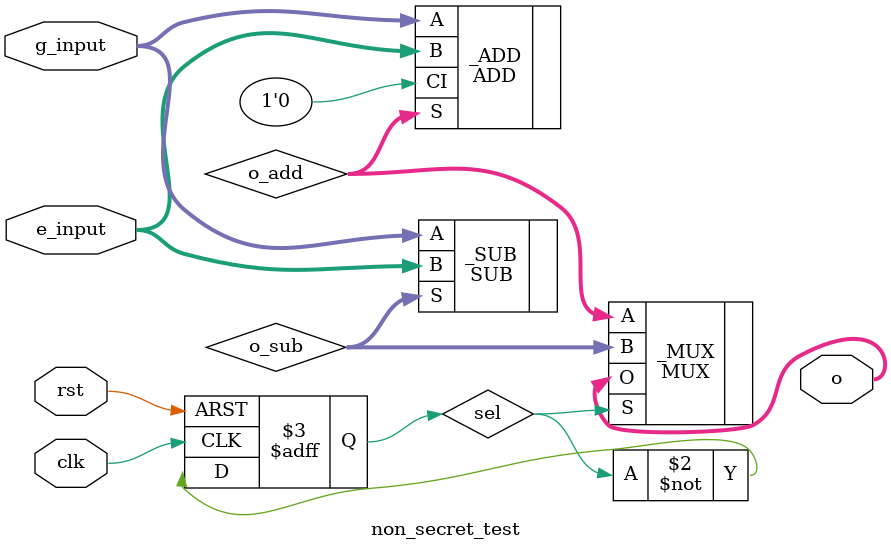
<source format=v>
`timescale 1ns / 1ps
module non_secret_test
#(
  parameter N=8,
)
( 
  clk,
  rst,
  g_input,
  e_input,
  o
);
  input clk, rst;
  input  [N-1:0] g_input;
  input  [N-1:0] e_input;
  output [N-1:0] o;
  
  reg sel;
  wire [N-1:0] o_add;
  wire [N-1:0] o_sub;


  always @(posedge clk or posedge rst) begin
    if (rst) begin
      sel <= 1'b0;
    end else begin
      sel <= ~sel;
    end
  end

  //assign o = (sel)?(g_input+e_input):(g_input-e_input);

  ADD 
  #(
    .N(N)
  )
  _ADD 
  (
    .A(g_input),
    .B(e_input),
    .CI(1'b0),
    .S(o_add)
  );

  SUB 
  #(
    .N(N)
  )
  _SUB 
  (
    .A(g_input),
    .B(e_input),
    .S(o_sub)
  );

  MUX 
  #(
    .N(N)
  )
  _MUX 
  (
    .A(o_add),
    .B(o_sub),
    .S(sel),
    .O(o)
  );


endmodule


</source>
